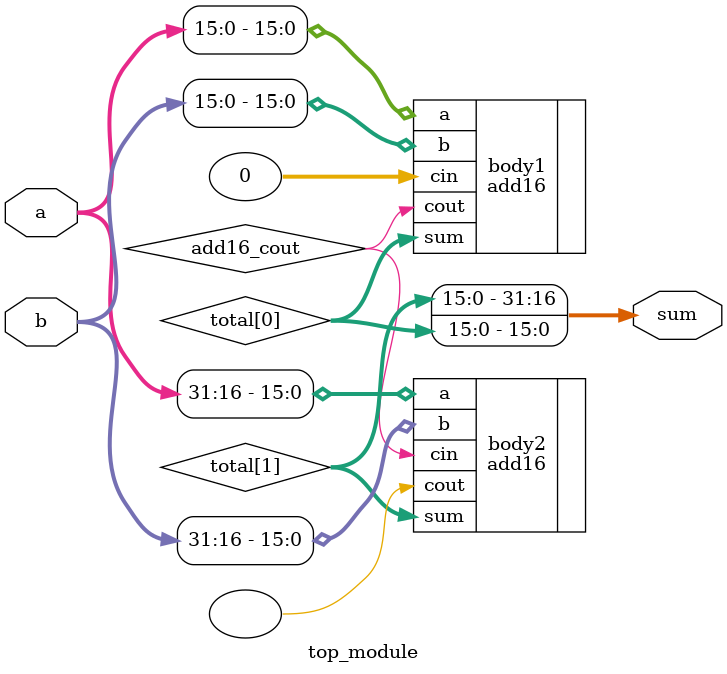
<source format=v>
module top_module(
    input [31:0] a,
    input [31:0] b,
    output [31:0] sum
);

wire [15:0] total [1:0];
wire add16_cout;

add16 body1(.a(a[15:0]),.b(b[15:0]),.cin(0),.sum(total[0]),.cout(add16_cout));
add16 body2(.a(a[31:16]),.b(b[31:16]),.cin(add16_cout),.sum(total[1]),.cout());

assign sum={total[1],total[0]};

endmodule

</source>
